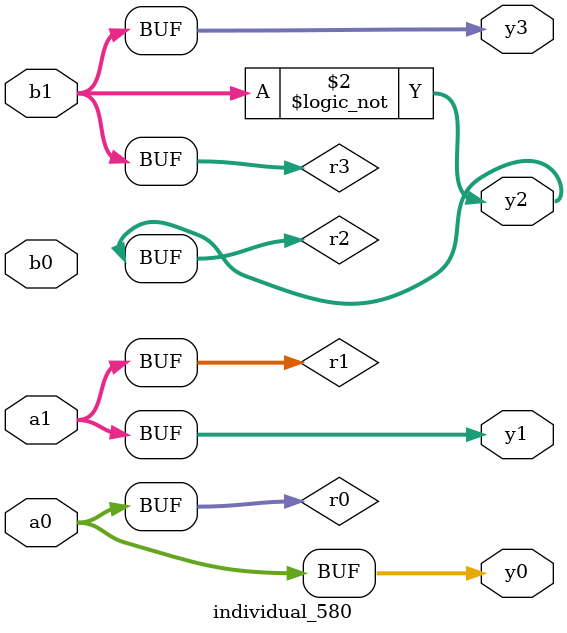
<source format=sv>
module individual_580(input logic [15:0] a1, input logic [15:0] a0, input logic [15:0] b1, input logic [15:0] b0, output logic [15:0] y3, output logic [15:0] y2, output logic [15:0] y1, output logic [15:0] y0);
logic [15:0] r0, r1, r2, r3; 
 always@(*) begin 
	 r0 = a0; r1 = a1; r2 = b0; r3 = b1; 
 	 r2 = ! r3 ;
 	 y3 = r3; y2 = r2; y1 = r1; y0 = r0; 
end
endmodule
</source>
